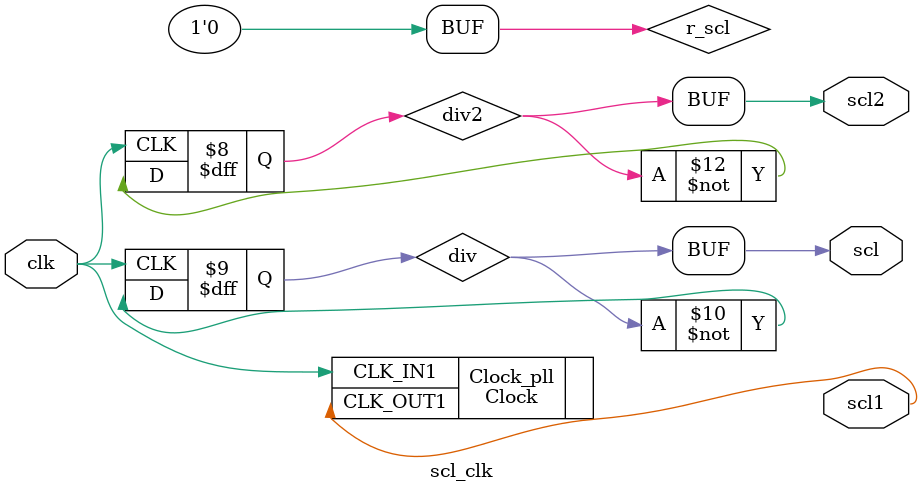
<source format=v>
`timescale 1ns / 1ps
module scl_clk(
	input clk,
	output scl,
	output scl1,
	output scl2
    );
	
	reg div = 1'b0;
	reg div2 = 1'b0;
	reg r_scl = 1'b0;

	Clock Clock_pll(.CLK_IN1(clk), .CLK_OUT1(scl1));
	
	always @(negedge clk) begin
	
			div <= div ^ 1'b1;
	end
	
	
	always @(posedge clk) begin
	
			div2 <= div2 ^ 1'b1;
			
	end
	
assign scl = div;
assign scl2 = div2;

endmodule

</source>
